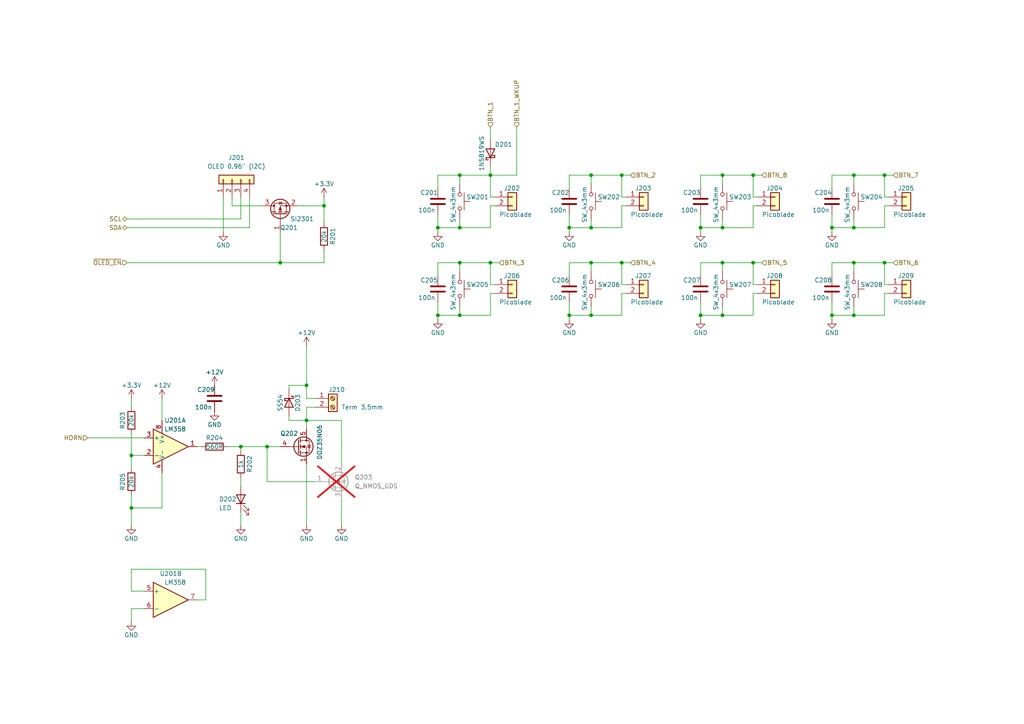
<source format=kicad_sch>
(kicad_sch (version 20231120) (generator "eeschema") (generator_version "8.0")
  (paper "A4")
  (title_block (title "Display, Buttons & Output") (date "2025-04-11") (rev "01") (company "Ravenspark") (comment 1 "Prototype"))
  (lib_symbols
    (symbol "Amplifier_Operational:LM358" (pin_names (offset 0.127))
      (property "Reference" "U" (at 0 5.08 0))
      (property "Value" "LM358" (at 0 -5.08 0))
      (symbol "LM358_1_1"
        (polyline (pts (xy -5.08 5.08) (xy 5.08 0) (xy -5.08 -5.08) (xy -5.08 5.08)) (stroke (width 0.254)) (fill (type background)))
        (pin output line (at 7.62 0 180) (length 2.54) (name "~") (number "1"))
        (pin input line (at -7.62 -2.54 0) (length 2.54) (name "-") (number "2"))
        (pin input line (at -7.62 2.54 0) (length 2.54) (name "+") (number "3"))
      )
      (symbol "LM358_2_1"
        (polyline (pts (xy -5.08 5.08) (xy 5.08 0) (xy -5.08 -5.08) (xy -5.08 5.08)) (stroke (width 0.254)) (fill (type background)))
        (pin input line (at -7.62 2.54 0) (length 2.54) (name "+") (number "5"))
        (pin input line (at -7.62 -2.54 0) (length 2.54) (name "-") (number "6"))
        (pin output line (at 7.62 0 180) (length 2.54) (name "~") (number "7"))
      )
      (symbol "LM358_3_1"
        (pin power_in line (at -2.54 -7.62 90) (length 3.81) (name "V-") (number "4"))
        (pin power_in line (at -2.54 7.62 270) (length 3.81) (name "V+") (number "8"))
      )
    )
    (symbol "Connector:Screw_Terminal_01x02" (pin_names (offset 1.016) hide)
      (property "Reference" "J" (at 0 2.54 0))
      (property "Value" "Screw_Terminal_01x02" (at 0 -5.08 0))
      (symbol "Screw_Terminal_01x02_1_1"
        (rectangle (start -1.27 1.27) (end 1.27 -3.81) (stroke (width 0.254)) (fill (type background)))
        (circle (center 0 -2.54) (radius 0.635) (stroke (width 0.1524)))
        (polyline (pts (xy -0.5334 -2.2098) (xy 0.3302 -3.048)) (stroke (width 0.1524)))
        (polyline (pts (xy -0.5334 0.3302) (xy 0.3302 -0.508)) (stroke (width 0.1524)))
        (polyline (pts (xy -0.3556 -2.032) (xy 0.508 -2.8702)) (stroke (width 0.1524)))
        (polyline (pts (xy -0.3556 0.508) (xy 0.508 -0.3302)) (stroke (width 0.1524)))
        (circle (center 0 0) (radius 0.635) (stroke (width 0.1524)))
        (pin passive line (at -5.08 0 0) (length 3.81) (name "Pin_1") (number "1"))
        (pin passive line (at -5.08 -2.54 0) (length 3.81) (name "Pin_2") (number "2"))
      )
    )
    (symbol "Connector_Generic:Conn_01x02" (pin_names (offset 1.016) hide)
      (property "Reference" "J" (at 0 2.54 0))
      (property "Value" "Conn_01x02" (at 0 -5.08 0))
      (symbol "Conn_01x02_1_1"
        (rectangle (start -1.27 -2.413) (end 0 -2.667) (stroke (width 0.1524)))
        (rectangle (start -1.27 0.127) (end 0 -0.127) (stroke (width 0.1524)))
        (rectangle (start -1.27 1.27) (end 1.27 -3.81) (stroke (width 0.254)) (fill (type background)))
        (pin passive line (at -5.08 0 0) (length 3.81) (name "Pin_1") (number "1"))
        (pin passive line (at -5.08 -2.54 0) (length 3.81) (name "Pin_2") (number "2"))
      )
    )
    (symbol "Connector_Generic:Conn_01x04" (pin_names (offset 1.016) hide)
      (property "Reference" "J" (at 0 5.08 0))
      (property "Value" "Conn_01x04" (at 0 -7.62 0))
      (symbol "Conn_01x04_1_1"
        (rectangle (start -1.27 -4.953) (end 0 -5.207) (stroke (width 0.1524)))
        (rectangle (start -1.27 -2.413) (end 0 -2.667) (stroke (width 0.1524)))
        (rectangle (start -1.27 0.127) (end 0 -0.127) (stroke (width 0.1524)))
        (rectangle (start -1.27 2.667) (end 0 2.413) (stroke (width 0.1524)))
        (rectangle (start -1.27 3.81) (end 1.27 -6.35) (stroke (width 0.254)) (fill (type background)))
        (pin passive line (at -5.08 2.54 0) (length 3.81) (name "Pin_1") (number "1"))
        (pin passive line (at -5.08 0 0) (length 3.81) (name "Pin_2") (number "2"))
        (pin passive line (at -5.08 -2.54 0) (length 3.81) (name "Pin_3") (number "3"))
        (pin passive line (at -5.08 -5.08 0) (length 3.81) (name "Pin_4") (number "4"))
      )
    )
    (symbol "Device:C" (pin_numbers hide) (pin_names (offset 0.254))
      (property "Reference" "C" (at 0.635 2.54 0))
      (property "Value" "C" (at 0.635 -2.54 0))
      (symbol "C_0_1"
        (polyline (pts (xy -2.032 -0.762) (xy 2.032 -0.762)) (stroke (width 0.508)))
        (polyline (pts (xy -2.032 0.762) (xy 2.032 0.762)) (stroke (width 0.508)))
      )
      (symbol "C_1_1"
        (pin passive line (at 0 3.81 270) (length 2.794) (name "~") (number "1"))
        (pin passive line (at 0 -3.81 90) (length 2.794) (name "~") (number "2"))
      )
    )
    (symbol "Device:D_Schottky" (pin_numbers hide) (pin_names (offset 1.016) hide)
      (property "Reference" "D" (at 0 2.54 0))
      (property "Value" "D_Schottky" (at 0 -2.54 0))
      (symbol "D_Schottky_0_1"
        (polyline (pts (xy 1.27 0) (xy -1.27 0)))
        (polyline (pts (xy 1.27 1.27) (xy 1.27 -1.27) (xy -1.27 0) (xy 1.27 1.27)) (stroke (width 0.254)))
        (polyline (pts (xy -1.905 0.635) (xy -1.905 1.27) (xy -1.27 1.27) (xy -1.27 -1.27) (xy -0.635 -1.27) (xy -0.635 -0.635)) (stroke (width 0.254)))
      )
      (symbol "D_Schottky_1_1"
        (pin passive line (at -3.81 0 0) (length 2.54) (name "K") (number "1"))
        (pin passive line (at 3.81 0 180) (length 2.54) (name "A") (number "2"))
      )
    )
    (symbol "Device:LED" (pin_numbers hide) (pin_names (offset 1.016) hide)
      (property "Reference" "D" (at 0 2.54 0))
      (property "Value" "LED" (at 0 -2.54 0))
      (symbol "LED_0_1"
        (polyline (pts (xy -1.27 -1.27) (xy -1.27 1.27)) (stroke (width 0.254)))
        (polyline (pts (xy -1.27 0) (xy 1.27 0)))
        (polyline (pts (xy 1.27 -1.27) (xy 1.27 1.27) (xy -1.27 0) (xy 1.27 -1.27)) (stroke (width 0.254)))
        (polyline (pts (xy -3.048 -0.762) (xy -4.572 -2.286) (xy -3.81 -2.286) (xy -4.572 -2.286) (xy -4.572 -1.524)))
        (polyline (pts (xy -1.778 -0.762) (xy -3.302 -2.286) (xy -2.54 -2.286) (xy -3.302 -2.286) (xy -3.302 -1.524)))
      )
      (symbol "LED_1_1"
        (pin passive line (at -3.81 0 0) (length 2.54) (name "K") (number "1"))
        (pin passive line (at 3.81 0 180) (length 2.54) (name "A") (number "2"))
      )
    )
    (symbol "Device:Q_NMOS_GDS" (pin_names (offset 0) hide)
      (property "Reference" "Q" (at 5.08 1.27 0))
      (property "Value" "Q_NMOS_GDS" (at 5.08 -1.27 0))
      (symbol "Q_NMOS_GDS_0_1"
        (polyline (pts (xy 0.254 0) (xy -2.54 0)))
        (polyline (pts (xy 0.254 1.905) (xy 0.254 -1.905)) (stroke (width 0.254)))
        (polyline (pts (xy 0.762 -1.27) (xy 0.762 -2.286)) (stroke (width 0.254)))
        (polyline (pts (xy 0.762 0.508) (xy 0.762 -0.508)) (stroke (width 0.254)))
        (polyline (pts (xy 0.762 2.286) (xy 0.762 1.27)) (stroke (width 0.254)))
        (polyline (pts (xy 2.54 2.54) (xy 2.54 1.778)))
        (polyline (pts (xy 2.54 -2.54) (xy 2.54 0) (xy 0.762 0)))
        (polyline (pts (xy 0.762 -1.778) (xy 3.302 -1.778) (xy 3.302 1.778) (xy 0.762 1.778)))
        (polyline (pts (xy 1.016 0) (xy 2.032 0.381) (xy 2.032 -0.381) (xy 1.016 0)) (fill (type outline)))
        (polyline (pts (xy 2.794 0.508) (xy 2.921 0.381) (xy 3.683 0.381) (xy 3.81 0.254)))
        (polyline (pts (xy 3.302 0.381) (xy 2.921 -0.254) (xy 3.683 -0.254) (xy 3.302 0.381)))
        (circle (center 1.651 0) (radius 2.794) (stroke (width 0.254)))
        (circle (center 2.54 -1.778) (radius 0.254) (fill (type outline)))
        (circle (center 2.54 1.778) (radius 0.254) (fill (type outline)))
      )
      (symbol "Q_NMOS_GDS_1_1"
        (pin input line (at -5.08 0 0) (length 2.54) (name "G") (number "1"))
        (pin passive line (at 2.54 5.08 270) (length 2.54) (name "D") (number "2"))
        (pin passive line (at 2.54 -5.08 90) (length 2.54) (name "S") (number "3"))
      )
    )
    (symbol "Device:Q_PMOS_GSD" (pin_names (offset 0) hide)
      (property "Reference" "Q" (at 5.08 1.27 0))
      (property "Value" "Q_PMOS_GSD" (at 5.08 -1.27 0))
      (symbol "Q_PMOS_GSD_0_1"
        (polyline (pts (xy 0.254 0) (xy -2.54 0)))
        (polyline (pts (xy 0.254 1.905) (xy 0.254 -1.905)) (stroke (width 0.254)))
        (polyline (pts (xy 0.762 -1.27) (xy 0.762 -2.286)) (stroke (width 0.254)))
        (polyline (pts (xy 0.762 0.508) (xy 0.762 -0.508)) (stroke (width 0.254)))
        (polyline (pts (xy 0.762 2.286) (xy 0.762 1.27)) (stroke (width 0.254)))
        (polyline (pts (xy 2.54 2.54) (xy 2.54 1.778)))
        (polyline (pts (xy 2.54 -2.54) (xy 2.54 0) (xy 0.762 0)))
        (polyline (pts (xy 0.762 1.778) (xy 3.302 1.778) (xy 3.302 -1.778) (xy 0.762 -1.778)))
        (polyline (pts (xy 2.286 0) (xy 1.27 0.381) (xy 1.27 -0.381) (xy 2.286 0)) (fill (type outline)))
        (polyline (pts (xy 2.794 -0.508) (xy 2.921 -0.381) (xy 3.683 -0.381) (xy 3.81 -0.254)))
        (polyline (pts (xy 3.302 -0.381) (xy 2.921 0.254) (xy 3.683 0.254) (xy 3.302 -0.381)))
        (circle (center 1.651 0) (radius 2.794) (stroke (width 0.254)))
        (circle (center 2.54 -1.778) (radius 0.254) (fill (type outline)))
        (circle (center 2.54 1.778) (radius 0.254) (fill (type outline)))
      )
      (symbol "Q_PMOS_GSD_1_1"
        (pin input line (at -5.08 0 0) (length 2.54) (name "G") (number "1"))
        (pin passive line (at 2.54 -5.08 90) (length 2.54) (name "S") (number "2"))
        (pin passive line (at 2.54 5.08 270) (length 2.54) (name "D") (number "3"))
      )
    )
    (symbol "Device:R" (pin_numbers hide) (pin_names (offset 0))
      (property "Reference" "R" (at 2.032 0 90))
      (property "Value" "R" (at 0 0 90))
      (symbol "R_0_1"
        (rectangle (start -1.016 -2.54) (end 1.016 2.54) (stroke (width 0.254)))
      )
      (symbol "R_1_1"
        (pin passive line (at 0 3.81 270) (length 1.27) (name "~") (number "1"))
        (pin passive line (at 0 -3.81 90) (length 1.27) (name "~") (number "2"))
      )
    )
    (symbol "Diode:1N5819WS" (pin_numbers hide) (pin_names (offset 1.016) hide)
      (property "Reference" "D" (at 0 2.54 0))
      (property "Value" "1N5819WS" (at 0 -2.54 0))
      (symbol "1N5819WS_0_1"
        (polyline (pts (xy 1.27 0) (xy -1.27 0)))
        (polyline (pts (xy 1.27 1.27) (xy 1.27 -1.27) (xy -1.27 0) (xy 1.27 1.27)) (stroke (width 0.254)))
        (polyline (pts (xy -1.905 0.635) (xy -1.905 1.27) (xy -1.27 1.27) (xy -1.27 -1.27) (xy -0.635 -1.27) (xy -0.635 -0.635)) (stroke (width 0.254)))
      )
      (symbol "1N5819WS_1_1"
        (pin passive line (at -3.81 0 0) (length 2.54) (name "K") (number "1"))
        (pin passive line (at 3.81 0 180) (length 2.54) (name "A") (number "2"))
      )
    )
    (symbol "Ravenspark:60N03D" (pin_names (offset 0) hide)
      (property "Reference" "Q7" (at -3.81 5.08 0))
      (property "Value" "60N03D" (at 6.35 -3.81 90))
      (symbol "60N03D_0_1"
        (polyline (pts (xy 0.254 0) (xy -2.54 0)))
        (polyline (pts (xy 0.254 1.905) (xy 0.254 -1.905)) (stroke (width 0.254)))
        (polyline (pts (xy 0.762 -1.27) (xy 0.762 -2.286)) (stroke (width 0.254)))
        (polyline (pts (xy 0.762 0.508) (xy 0.762 -0.508)) (stroke (width 0.254)))
        (polyline (pts (xy 0.762 2.286) (xy 0.762 1.27)) (stroke (width 0.254)))
        (polyline (pts (xy 2.54 2.54) (xy 2.54 1.778)))
        (polyline (pts (xy 2.54 -2.54) (xy 2.54 0) (xy 0.762 0)))
        (polyline (pts (xy 0.762 -1.778) (xy 3.302 -1.778) (xy 3.302 1.778) (xy 0.762 1.778)))
        (polyline (pts (xy 1.016 0) (xy 2.032 0.381) (xy 2.032 -0.381) (xy 1.016 0)) (fill (type outline)))
        (polyline (pts (xy 2.794 0.508) (xy 2.921 0.381) (xy 3.683 0.381) (xy 3.81 0.254)))
        (polyline (pts (xy 3.302 0.381) (xy 2.921 -0.254) (xy 3.683 -0.254) (xy 3.302 0.381)))
        (circle (center 1.651 0) (radius 2.794) (stroke (width 0.254)))
        (circle (center 2.54 -1.778) (radius 0.254) (fill (type outline)))
        (circle (center 2.54 1.778) (radius 0.254) (fill (type outline)))
      )
      (symbol "60N03D_1_0"
        (pin input line (at -5.08 0 0) (length 2.54) (name "G") (number "4"))
        (pin passive line (at 2.54 5.08 270) (length 2.54) (name "D") (number "5"))
      )
      (symbol "60N03D_1_1"
        (pin passive line (at 2.54 -5.08 90) (length 2.54) (name "S") (number "1"))
        (pin passive line (at 2.54 -5.08 90) (length 5.08) hide (name "S") (number "2"))
        (pin passive line (at 2.54 -5.08 90) (length 2.54) hide (name "S") (number "3"))
      )
    )
    (symbol "Switch:SW_Push" (pin_numbers hide) (pin_names (offset 1.016) hide)
      (property "Reference" "SW" (at 1.27 2.54 0))
      (property "Value" "SW_Push" (at 0 -1.524 0))
      (symbol "SW_Push_0_1"
        (circle (center -2.032 0) (radius 0.508))
        (polyline (pts (xy 0 1.27) (xy 0 3.048)))
        (polyline (pts (xy 2.54 1.27) (xy -2.54 1.27)))
        (circle (center 2.032 0) (radius 0.508))
        (pin passive line (at -5.08 0 0) (length 2.54) (name "1") (number "1"))
        (pin passive line (at 5.08 0 180) (length 2.54) (name "2") (number "2"))
      )
    )
    (symbol "power:+12V" (power) (pin_numbers hide) (pin_names (offset 0) hide)
      (property "Value" "+12V" (at 0 3.556 0))
      (symbol "+12V_0_1"
        (polyline (pts (xy -0.762 1.27) (xy 0 2.54)))
        (polyline (pts (xy 0 0) (xy 0 2.54)))
        (polyline (pts (xy 0 2.54) (xy 0.762 1.27)))
      )
      (symbol "+12V_1_1"
        (pin power_in line (at 0 0 90) (length 0) (name "~") (number "1"))
      )
    )
    (symbol "power:+3.3V" (power) (pin_numbers hide) (pin_names (offset 0) hide)
      (property "Value" "+3.3V" (at 0 3.556 0))
      (symbol "+3.3V_0_1"
        (polyline (pts (xy -0.762 1.27) (xy 0 2.54)))
        (polyline (pts (xy 0 0) (xy 0 2.54)))
        (polyline (pts (xy 0 2.54) (xy 0.762 1.27)))
      )
      (symbol "+3.3V_1_1"
        (pin power_in line (at 0 0 90) (length 0) (name "~") (number "1"))
      )
    )
    (symbol "power:GND" (power) (pin_numbers hide) (pin_names (offset 0) hide)
      (property "Value" "GND" (at 0 -3.81 0))
      (symbol "GND_0_1"
        (polyline (pts (xy 0 0) (xy 0 -1.27) (xy 1.27 -1.27) (xy 0 -2.54) (xy -1.27 -1.27) (xy 0 -1.27)))
      )
      (symbol "GND_1_1"
        (pin power_in line (at 0 0 270) (length 0) (name "~") (number "1"))
      )
    )
  )
  (junction (at 133.35 91.44))
  (junction (at 241.3 91.44))
  (junction (at 241.3 66.04))
  (junction (at 88.9 121.92))
  (junction (at 203.2 91.44))
  (junction (at 247.65 91.44))
  (junction (at 247.65 76.2))
  (junction (at 180.34 76.2))
  (junction (at 133.35 50.8))
  (junction (at 38.1 147.32))
  (junction (at 165.1 66.04))
  (junction (at 203.2 66.04))
  (junction (at 142.24 50.8))
  (junction (at 93.98 59.69))
  (junction (at 133.35 76.2))
  (junction (at 171.45 50.8))
  (junction (at 247.65 66.04))
  (junction (at 77.47 129.54))
  (junction (at 256.54 76.2))
  (junction (at 209.55 76.2))
  (junction (at 127 91.44))
  (junction (at 81.28 76.2))
  (junction (at 218.44 50.8))
  (junction (at 133.35 66.04))
  (junction (at 247.65 50.8))
  (junction (at 171.45 76.2))
  (junction (at 142.24 76.2))
  (junction (at 256.54 50.8))
  (junction (at 171.45 91.44))
  (junction (at 127 66.04))
  (junction (at 165.1 91.44))
  (junction (at 180.34 50.8))
  (junction (at 88.9 111.76))
  (junction (at 171.45 66.04))
  (junction (at 218.44 76.2))
  (junction (at 69.85 129.54))
  (junction (at 209.55 50.8))
  (junction (at 209.55 66.04))
  (junction (at 209.55 91.44))
  (junction (at 38.1 132.08))
  (wire (pts (xy 143.51 85.09) (xy 142.24 85.09)))
  (wire (pts (xy 127 62.23) (xy 127 66.04)))
  (wire (pts (xy 256.54 82.55) (xy 256.54 76.2)))
  (wire (pts (xy 218.44 57.15) (xy 218.44 50.8)))
  (wire (pts (xy 88.9 121.92) (xy 88.9 124.46)))
  (wire (pts (xy 256.54 76.2) (xy 259.08 76.2)))
  (wire (pts (xy 67.31 57.15) (xy 67.31 59.69)))
  (wire (pts (xy 67.31 59.69) (xy 76.2 59.69)))
  (wire (pts (xy 257.81 82.55) (xy 256.54 82.55)))
  (wire (pts (xy 64.77 57.15) (xy 64.77 67.31)))
  (wire (pts (xy 209.55 53.34) (xy 209.55 50.8)))
  (wire (pts (xy 142.24 50.8) (xy 149.86 50.8)))
  (wire (pts (xy 133.35 76.2) (xy 127 76.2)))
  (wire (pts (xy 241.3 62.23) (xy 241.3 66.04)))
  (wire (pts (xy 143.51 59.69) (xy 142.24 59.69)))
  (wire (pts (xy 81.28 67.31) (xy 81.28 76.2)))
  (wire (pts (xy 181.61 59.69) (xy 180.34 59.69)))
  (wire (pts (xy 218.44 76.2) (xy 220.98 76.2)))
  (wire (pts (xy 171.45 88.9) (xy 171.45 91.44)))
  (wire (pts (xy 171.45 50.8) (xy 165.1 50.8)))
  (wire (pts (xy 219.71 57.15) (xy 218.44 57.15)))
  (wire (pts (xy 88.9 100.33) (xy 88.9 111.76)))
  (wire (pts (xy 41.91 176.53) (xy 38.1 176.53)))
  (wire (pts (xy 38.1 132.08) (xy 38.1 135.89)))
  (wire (pts (xy 171.45 78.74) (xy 171.45 76.2)))
  (wire (pts (xy 180.34 85.09) (xy 180.34 91.44)))
  (wire (pts (xy 209.55 76.2) (xy 203.2 76.2)))
  (wire (pts (xy 256.54 85.09) (xy 256.54 91.44)))
  (wire (pts (xy 165.1 76.2) (xy 165.1 80.01)))
  (wire (pts (xy 257.81 57.15) (xy 256.54 57.15)))
  (wire (pts (xy 165.1 91.44) (xy 171.45 91.44)))
  (wire (pts (xy 181.61 85.09) (xy 180.34 85.09)))
  (wire (pts (xy 38.1 176.53) (xy 38.1 180.34)))
  (wire (pts (xy 180.34 50.8) (xy 182.88 50.8)))
  (wire (pts (xy 38.1 125.73) (xy 38.1 132.08)))
  (wire (pts (xy 219.71 82.55) (xy 218.44 82.55)))
  (wire (pts (xy 38.1 152.4) (xy 38.1 147.32)))
  (wire (pts (xy 38.1 115.57) (xy 38.1 118.11)))
  (wire (pts (xy 133.35 63.5) (xy 133.35 66.04)))
  (wire (pts (xy 171.45 50.8) (xy 180.34 50.8)))
  (wire (pts (xy 93.98 72.39) (xy 93.98 76.2)))
  (wire (pts (xy 142.24 76.2) (xy 144.78 76.2)))
  (wire (pts (xy 247.65 66.04) (xy 256.54 66.04)))
  (wire (pts (xy 69.85 148.59) (xy 69.85 152.4)))
  (wire (pts (xy 218.44 82.55) (xy 218.44 76.2)))
  (wire (pts (xy 247.65 63.5) (xy 247.65 66.04)))
  (wire (pts (xy 165.1 91.44) (xy 165.1 92.71)))
  (wire (pts (xy 247.65 53.34) (xy 247.65 50.8)))
  (wire (pts (xy 165.1 66.04) (xy 171.45 66.04)))
  (wire (pts (xy 241.3 91.44) (xy 241.3 92.71)))
  (wire (pts (xy 133.35 88.9) (xy 133.35 91.44)))
  (wire (pts (xy 133.35 50.8) (xy 142.24 50.8)))
  (wire (pts (xy 127 87.63) (xy 127 91.44)))
  (wire (pts (xy 69.85 57.15) (xy 69.85 63.5)))
  (wire (pts (xy 203.2 76.2) (xy 203.2 80.01)))
  (wire (pts (xy 203.2 50.8) (xy 203.2 54.61)))
  (wire (pts (xy 83.82 120.65) (xy 83.82 121.92)))
  (wire (pts (xy 127 50.8) (xy 127 54.61)))
  (wire (pts (xy 143.51 57.15) (xy 142.24 57.15)))
  (wire (pts (xy 209.55 91.44) (xy 218.44 91.44)))
  (wire (pts (xy 256.54 59.69) (xy 256.54 66.04)))
  (wire (pts (xy 88.9 118.11) (xy 91.44 118.11)))
  (wire (pts (xy 127 76.2) (xy 127 80.01)))
  (wire (pts (xy 171.45 76.2) (xy 180.34 76.2)))
  (wire (pts (xy 165.1 66.04) (xy 165.1 67.31)))
  (wire (pts (xy 88.9 134.62) (xy 88.9 152.4)))
  (wire (pts (xy 203.2 50.8) (xy 209.55 50.8)))
  (wire (pts (xy 77.47 139.7) (xy 77.47 129.54)))
  (wire (pts (xy 69.85 129.54) (xy 69.85 130.81)))
  (wire (pts (xy 180.34 76.2) (xy 182.88 76.2)))
  (wire (pts (xy 203.2 91.44) (xy 203.2 92.71)))
  (wire (pts (xy 91.44 115.57) (xy 88.9 115.57)))
  (wire (pts (xy 241.3 91.44) (xy 247.65 91.44)))
  (wire (pts (xy 256.54 57.15) (xy 256.54 50.8)))
  (wire (pts (xy 165.1 62.23) (xy 165.1 66.04)))
  (wire (pts (xy 83.82 111.76) (xy 88.9 111.76)))
  (wire (pts (xy 142.24 36.83) (xy 142.24 40.64)))
  (wire (pts (xy 257.81 59.69) (xy 256.54 59.69)))
  (wire (pts (xy 99.06 134.62) (xy 99.06 121.92)))
  (wire (pts (xy 59.69 165.1) (xy 59.69 173.99)))
  (wire (pts (xy 241.3 76.2) (xy 241.3 80.01)))
  (wire (pts (xy 142.24 59.69) (xy 142.24 66.04)))
  (wire (pts (xy 46.99 137.16) (xy 46.99 147.32)))
  (wire (pts (xy 133.35 91.44) (xy 142.24 91.44)))
  (wire (pts (xy 256.54 50.8) (xy 259.08 50.8)))
  (wire (pts (xy 209.55 78.74) (xy 209.55 76.2)))
  (wire (pts (xy 180.34 59.69) (xy 180.34 66.04)))
  (wire (pts (xy 46.99 147.32) (xy 38.1 147.32)))
  (wire (pts (xy 69.85 138.43) (xy 69.85 140.97)))
  (wire (pts (xy 127 91.44) (xy 127 92.71)))
  (wire (pts (xy 241.3 76.2) (xy 247.65 76.2)))
  (wire (pts (xy 180.34 57.15) (xy 180.34 50.8)))
  (wire (pts (xy 247.65 78.74) (xy 247.65 76.2)))
  (wire (pts (xy 83.82 113.03) (xy 83.82 111.76)))
  (wire (pts (xy 93.98 59.69) (xy 93.98 64.77)))
  (wire (pts (xy 133.35 50.8) (xy 127 50.8)))
  (wire (pts (xy 203.2 87.63) (xy 203.2 91.44)))
  (wire (pts (xy 36.83 76.2) (xy 81.28 76.2)))
  (wire (pts (xy 46.99 115.57) (xy 46.99 121.92)))
  (wire (pts (xy 171.45 53.34) (xy 171.45 50.8)))
  (wire (pts (xy 171.45 91.44) (xy 180.34 91.44)))
  (wire (pts (xy 38.1 165.1) (xy 59.69 165.1)))
  (wire (pts (xy 72.39 57.15) (xy 72.39 66.04)))
  (wire (pts (xy 241.3 66.04) (xy 241.3 67.31)))
  (wire (pts (xy 142.24 57.15) (xy 142.24 50.8)))
  (wire (pts (xy 149.86 36.83) (xy 149.86 50.8)))
  (wire (pts (xy 36.83 63.5) (xy 69.85 63.5)))
  (wire (pts (xy 143.51 82.55) (xy 142.24 82.55)))
  (wire (pts (xy 93.98 57.15) (xy 93.98 59.69)))
  (wire (pts (xy 127 66.04) (xy 127 67.31)))
  (wire (pts (xy 209.55 88.9) (xy 209.55 91.44)))
  (wire (pts (xy 209.55 63.5) (xy 209.55 66.04)))
  (wire (pts (xy 38.1 132.08) (xy 41.91 132.08)))
  (wire (pts (xy 219.71 59.69) (xy 218.44 59.69)))
  (wire (pts (xy 59.69 173.99) (xy 57.15 173.99)))
  (wire (pts (xy 36.83 66.04) (xy 72.39 66.04)))
  (wire (pts (xy 142.24 85.09) (xy 142.24 91.44)))
  (wire (pts (xy 180.34 82.55) (xy 180.34 76.2)))
  (wire (pts (xy 171.45 63.5) (xy 171.45 66.04)))
  (wire (pts (xy 165.1 50.8) (xy 165.1 54.61)))
  (wire (pts (xy 41.91 171.45) (xy 38.1 171.45)))
  (wire (pts (xy 77.47 129.54) (xy 81.28 129.54)))
  (wire (pts (xy 38.1 143.51) (xy 38.1 147.32)))
  (wire (pts (xy 66.04 129.54) (xy 69.85 129.54)))
  (wire (pts (xy 69.85 129.54) (xy 77.47 129.54)))
  (wire (pts (xy 203.2 62.23) (xy 203.2 66.04)))
  (wire (pts (xy 247.65 88.9) (xy 247.65 91.44)))
  (wire (pts (xy 218.44 59.69) (xy 218.44 66.04)))
  (wire (pts (xy 57.15 129.54) (xy 58.42 129.54)))
  (wire (pts (xy 91.44 139.7) (xy 77.47 139.7)))
  (wire (pts (xy 241.3 66.04) (xy 247.65 66.04)))
  (wire (pts (xy 203.2 66.04) (xy 209.55 66.04)))
  (wire (pts (xy 83.82 121.92) (xy 88.9 121.92)))
  (wire (pts (xy 99.06 144.78) (xy 99.06 152.4)))
  (wire (pts (xy 133.35 76.2) (xy 142.24 76.2)))
  (wire (pts (xy 88.9 121.92) (xy 88.9 118.11)))
  (wire (pts (xy 165.1 87.63) (xy 165.1 91.44)))
  (wire (pts (xy 93.98 76.2) (xy 81.28 76.2)))
  (wire (pts (xy 133.35 78.74) (xy 133.35 76.2)))
  (wire (pts (xy 241.3 50.8) (xy 247.65 50.8)))
  (wire (pts (xy 209.55 76.2) (xy 218.44 76.2)))
  (wire (pts (xy 133.35 53.34) (xy 133.35 50.8)))
  (wire (pts (xy 88.9 111.76) (xy 88.9 115.57)))
  (wire (pts (xy 142.24 48.26) (xy 142.24 50.8)))
  (wire (pts (xy 203.2 91.44) (xy 209.55 91.44)))
  (wire (pts (xy 218.44 85.09) (xy 218.44 91.44)))
  (wire (pts (xy 247.65 91.44) (xy 256.54 91.44)))
  (wire (pts (xy 218.44 50.8) (xy 220.98 50.8)))
  (wire (pts (xy 247.65 76.2) (xy 256.54 76.2)))
  (wire (pts (xy 247.65 50.8) (xy 256.54 50.8)))
  (wire (pts (xy 181.61 57.15) (xy 180.34 57.15)))
  (wire (pts (xy 133.35 66.04) (xy 142.24 66.04)))
  (wire (pts (xy 38.1 171.45) (xy 38.1 165.1)))
  (wire (pts (xy 209.55 66.04) (xy 218.44 66.04)))
  (wire (pts (xy 171.45 76.2) (xy 165.1 76.2)))
  (wire (pts (xy 257.81 85.09) (xy 256.54 85.09)))
  (wire (pts (xy 241.3 87.63) (xy 241.3 91.44)))
  (wire (pts (xy 25.4 127) (xy 41.91 127)))
  (wire (pts (xy 142.24 82.55) (xy 142.24 76.2)))
  (wire (pts (xy 93.98 59.69) (xy 86.36 59.69)))
  (wire (pts (xy 171.45 66.04) (xy 180.34 66.04)))
  (wire (pts (xy 127 91.44) (xy 133.35 91.44)))
  (wire (pts (xy 127 66.04) (xy 133.35 66.04)))
  (wire (pts (xy 241.3 50.8) (xy 241.3 54.61)))
  (wire (pts (xy 181.61 82.55) (xy 180.34 82.55)))
  (wire (pts (xy 219.71 85.09) (xy 218.44 85.09)))
  (wire (pts (xy 203.2 66.04) (xy 203.2 67.31)))
  (wire (pts (xy 209.55 50.8) (xy 218.44 50.8)))
  (wire (pts (xy 99.06 121.92) (xy 88.9 121.92)))
  (hierarchical_label "BTN_8" (shape input) (at 220.98 50.8 0))
  (hierarchical_label "BTN_1" (shape input) (at 142.24 36.83 90))
  (hierarchical_label "SCL" (shape bidirectional) (at 36.83 63.5 180))
  (hierarchical_label "BTN_1_WKUP" (shape input) (at 149.86 36.83 90))
  (hierarchical_label "SDA" (shape bidirectional) (at 36.83 66.04 180))
  (hierarchical_label "BTN_6" (shape input) (at 259.08 76.2 0))
  (hierarchical_label "BTN_3" (shape input) (at 144.78 76.2 0))
  (hierarchical_label "BTN_5" (shape input) (at 220.98 76.2 0))
  (hierarchical_label "HORN" (shape input) (at 25.4 127 180))
  (hierarchical_label "~{OLED_EN}" (shape input) (at 36.83 76.2 180))
  (hierarchical_label "BTN_7" (shape input) (at 259.08 50.8 0))
  (hierarchical_label "BTN_2" (shape input) (at 182.88 50.8 0))
  (hierarchical_label "BTN_4" (shape input) (at 182.88 76.2 0))
  (symbol (lib_id "Device:R") (at 69.85 134.62 0) (unit 1)
    (property "Reference" "R202" (at 72.39 137.16 90) (effects (justify left)))
    (property "Value" "1k" (at 69.85 134.62 90))
    (property "Footprint" "Resistor_SMD:R_0402_1005Metric" (effects (hide yes)))
    (property "Description" "Resistor" (effects (hide yes)))
  )
  (symbol (lib_id "power:GND") (at 69.85 152.4 0) (unit 1)
    (property "Reference" "#PWR0309" (effects (hide yes)))
    (property "Value" "GND" (at 69.85 156.21 0))
    (property "Description" "Power symbol creates a global label with name \"GND\" , ground" (effects (hide yes)))
  )
  (symbol (lib_id "power:GND") (at 165.1 67.31 0) (mirror y) (unit 1)
    (property "Reference" "#PWR0204" (effects (hide yes)))
    (property "Value" "GND" (at 165.1 71.12 0))
    (property "Description" "Power symbol creates a global label with name \"GND\" , ground" (effects (hide yes)))
  )
  (symbol (lib_id "Switch:SW_Push") (at 171.45 58.42 270) (unit 1)
    (property "Reference" "SW202" (at 173.355 57.15 90) (effects (justify left)))
    (property "Value" "SW_4x3mm" (at 169.545 53.975 0) (effects (justify left)))
    (property "Footprint" "RVNSPRK_Switch:SW_Push_4x3mm" (effects (hide yes)))
    (property "Description" "Push button switch, generic, two pins" (effects (hide yes)))
    (property "LCSC Part #" "C18077679" (effects (hide yes)))
  )
  (symbol (lib_id "Switch:SW_Push") (at 209.55 58.42 270) (unit 1)
    (property "Reference" "SW203" (at 211.455 57.15 90) (effects (justify left)))
    (property "Value" "SW_4x3mm" (at 207.645 53.975 0) (effects (justify left)))
    (property "Footprint" "RVNSPRK_Switch:SW_Push_4x3mm" (effects (hide yes)))
    (property "Description" "Push button switch, generic, two pins" (effects (hide yes)))
    (property "LCSC Part #" "C18077679" (effects (hide yes)))
  )
  (symbol (lib_id "Ravenspark:60N03D") (at 86.36 129.54 0) (unit 1)
    (property "Reference" "Q202" (at 81.28 125.73 0) (effects (justify left)))
    (property "Value" "DOZ35N06" (at 92.71 133.35 90) (effects (justify left)))
    (property "Footprint" "Package_SON:VSON-8_3.3x3.3mm_P0.65mm_NexFET" (effects (hide yes)))
    (property "Description" "N-MOSFET transistor, source/gate/drain" (effects (hide yes)))
    (property "LCSC Part #" "C36499167" (effects (hide yes)))
  )
  (symbol (lib_id "Device:Q_PMOS_GSD") (at 81.28 62.23 90) (unit 1)
    (property "Reference" "Q201" (at 83.82 66.04 90))
    (property "Value" "SI2301" (at 87.63 63.5 90))
    (property "Footprint" "Package_TO_SOT_SMD:SOT-23" (effects (hide yes)))
    (property "Description" "P-MOSFET transistor, gate/source/drain" (effects (hide yes)))
    (property "LCSC Part #" "C10487" (effects (hide yes)))
  )
  (symbol (lib_id "power:GND") (at 127 92.71 0) (mirror y) (unit 1)
    (property "Reference" "#PWR0207" (effects (hide yes)))
    (property "Value" "GND" (at 127 96.52 0))
    (property "Description" "Power symbol creates a global label with name \"GND\" , ground" (effects (hide yes)))
  )
  (symbol (lib_id "Connector_Generic:Conn_01x02") (at 224.79 57.15 0) (unit 1)
    (property "Reference" "J204" (at 222.25 54.61 0) (effects (justify left)))
    (property "Value" "Picoblade" (at 220.98 62.23 0) (effects (justify left)))
    (property "Footprint" "Connector_Molex:Molex_PicoBlade_53048-0210_1x02_P1.25mm_Horizontal" (effects (hide yes)))
    (property "Description" "Generic connector, single row, 01x02, script generated (kicad-library-utils/schlib/autogen/connector/)" (effects (hide yes)))
    (property "LCSC Part #" "C2845535" (effects (hide yes)))
  )
  (symbol (lib_id "power:+3.3V") (at 38.1 115.57 0) (unit 1)
    (property "Reference" "#PWR0213" (effects (hide yes)))
    (property "Value" "+3.3V" (at 38.1 111.76 0))
    (property "Description" "Power symbol creates a global label with name \"+3.3V\"" (effects (hide yes)))
  )
  (symbol (lib_id "power:GND") (at 203.2 67.31 0) (mirror y) (unit 1)
    (property "Reference" "#PWR0205" (effects (hide yes)))
    (property "Value" "GND" (at 203.2 71.12 0))
    (property "Description" "Power symbol creates a global label with name \"GND\" , ground" (effects (hide yes)))
  )
  (symbol (lib_id "power:GND") (at 38.1 152.4 0) (unit 1)
    (property "Reference" "#PWR0216" (effects (hide yes)))
    (property "Value" "GND" (at 38.1 156.21 0))
    (property "Description" "Power symbol creates a global label with name \"GND\" , ground" (effects (hide yes)))
  )
  (symbol (lib_id "Device:LED") (at 69.85 144.78 90) (unit 1)
    (property "Reference" "D202" (at 63.5 144.78 90) (effects (justify right)))
    (property "Value" "LED" (at 63.5 147.32 90) (effects (justify right)))
    (property "Footprint" "LED_SMD:LED_0603_1608Metric" (effects (hide yes)))
    (property "Description" "Light emitting diode" (effects (hide yes)))
    (property "LCSC Part #" "C2286" (effects (hide yes)))
  )
  (symbol (lib_id "power:GND") (at 88.9 152.4 0) (unit 1)
    (property "Reference" "#PWR0217" (effects (hide yes)))
    (property "Value" "GND" (at 88.9 156.21 0))
    (property "Description" "Power symbol creates a global label with name \"GND\" , ground" (effects (hide yes)))
  )
  (symbol (lib_id "Connector_Generic:Conn_01x04") (at 67.31 52.07 90) (unit 1)
    (property "Reference" "J201" (at 68.58 45.72 90))
    (property "Value" "OLED 0.96\" (I2C)" (at 68.58 48.26 90))
    (property "Footprint" "Connector_PinSocket_2.54mm:PinSocket_1x04_P2.54mm_Vertical_SMD_Pin1Left" (effects (hide yes)))
    (property "Description" "Generic connector, single row, 01x04, script generated (kicad-library-utils/schlib/autogen/connector/)" (effects (hide yes)))
    (property "LCSC Part #" "C20071191" (effects (hide yes)))
  )
  (symbol (lib_id "Amplifier_Operational:LM358") (at 49.53 129.54 0) (unit 3)
    (property "Reference" "U201" (effects (hide yes)))
    (property "Value" "LM358" (effects (hide yes)))
    (property "Footprint" "Package_SO:SOIC-8_3.9x4.9mm_P1.27mm" (effects (hide yes)))
    (property "Datasheet" "http://www.ti.com/lit/ds/symlink/lm2904-n.pdf" (effects (hide yes)))
    (property "Description" "Low-Power, Dual Operational Amplifiers, DIP-8/SOIC-8/TO-99-8" (effects (hide yes)))
    (property "LCSC Part #" "C7950" (effects (hide yes)))
  )
  (symbol (lib_id "Amplifier_Operational:LM358") (at 49.53 173.99 0) (unit 2)
    (property "Reference" "U201" (at 49.53 166.37 0))
    (property "Value" "LM358" (at 50.8 168.91 0))
    (property "Footprint" "Package_SO:SOIC-8_3.9x4.9mm_P1.27mm" (effects (hide yes)))
    (property "Datasheet" "http://www.ti.com/lit/ds/symlink/lm2904-n.pdf" (effects (hide yes)))
    (property "Description" "Low-Power, Dual Operational Amplifiers, DIP-8/SOIC-8/TO-99-8" (effects (hide yes)))
    (property "LCSC Part #" "C7950" (effects (hide yes)))
  )
  (symbol (lib_id "Device:C") (at 127 83.82 0) (unit 1)
    (property "Reference" "C205" (at 121.92 81.28 0) (effects (justify left)))
    (property "Value" "100n" (at 121.285 86.36 0) (effects (justify left)))
    (property "Footprint" "Capacitor_SMD:C_0402_1005Metric" (effects (hide yes)))
    (property "Description" "Unpolarized capacitor" (effects (hide yes)))
    (property "LCSC Part #" "C307331" (effects (hide yes)))
  )
  (symbol (lib_id "Device:D_Schottky") (at 83.82 116.84 270) (unit 1)
    (property "Reference" "D203" (at 86.36 114.3 0) (effects (justify left)))
    (property "Value" "SS54" (at 81.28 114.3 0) (effects (justify left)))
    (property "Footprint" "Diode_SMD:D_SMA" (effects (hide yes)))
    (property "Description" "Schottky diode" (effects (hide yes)))
    (property "LCSC Part #" "C22452" (effects (hide yes)))
  )
  (symbol (lib_id "Connector_Generic:Conn_01x02") (at 186.69 82.55 0) (unit 1)
    (property "Reference" "J207" (at 184.15 80.01 0) (effects (justify left)))
    (property "Value" "Picoblade" (at 182.88 87.63 0) (effects (justify left)))
    (property "Footprint" "Connector_Molex:Molex_PicoBlade_53048-0210_1x02_P1.25mm_Horizontal" (effects (hide yes)))
    (property "Description" "Generic connector, single row, 01x02, script generated (kicad-library-utils/schlib/autogen/connector/)" (effects (hide yes)))
    (property "LCSC Part #" "C2845535" (effects (hide yes)))
  )
  (symbol (lib_id "power:+3.3V") (at 93.98 57.15 0) (unit 1)
    (property "Reference" "#PWR0201" (effects (hide yes)))
    (property "Value" "+3.3V" (at 93.98 53.34 0))
    (property "Description" "Power symbol creates a global label with name \"+3.3V\"" (effects (hide yes)))
  )
  (symbol (lib_id "Device:Q_NMOS_GDS") (at 96.52 139.7 0) (unit 1) (dnp yes)
    (property "Reference" "Q203" (at 102.87 138.4299 0) (effects (justify left)))
    (property "Value" "Q_NMOS_GDS" (at 102.87 140.9699 0) (effects (justify left)))
    (property "Footprint" "Package_TO_SOT_SMD:TO-252-2" (effects (hide yes)))
    (property "Description" "N-MOSFET transistor, gate/drain/source" (effects (hide yes)))
  )
  (symbol (lib_id "power:+12V") (at 62.23 111.76 0) (unit 1)
    (property "Reference" "#PWR0212" (effects (hide yes)))
    (property "Value" "+12V" (at 62.23 107.95 0))
    (property "Description" "Power symbol creates a global label with name \"+12V\"" (effects (hide yes)))
  )
  (symbol (lib_id "Device:C") (at 127 58.42 0) (unit 1)
    (property "Reference" "C201" (at 121.92 55.88 0) (effects (justify left)))
    (property "Value" "100n" (at 121.285 60.96 0) (effects (justify left)))
    (property "Footprint" "Capacitor_SMD:C_0402_1005Metric" (effects (hide yes)))
    (property "Description" "Unpolarized capacitor" (effects (hide yes)))
    (property "LCSC Part #" "C307331" (effects (hide yes)))
  )
  (symbol (lib_id "power:GND") (at 127 67.31 0) (mirror y) (unit 1)
    (property "Reference" "#PWR0203" (effects (hide yes)))
    (property "Value" "GND" (at 127 71.12 0))
    (property "Description" "Power symbol creates a global label with name \"GND\" , ground" (effects (hide yes)))
  )
  (symbol (lib_id "Device:C") (at 203.2 58.42 0) (unit 1)
    (property "Reference" "C203" (at 198.12 55.88 0) (effects (justify left)))
    (property "Value" "100n" (at 197.485 60.96 0) (effects (justify left)))
    (property "Footprint" "Capacitor_SMD:C_0402_1005Metric" (effects (hide yes)))
    (property "Description" "Unpolarized capacitor" (effects (hide yes)))
    (property "LCSC Part #" "C307331" (effects (hide yes)))
  )
  (symbol (lib_id "Amplifier_Operational:LM358") (at 49.53 129.54 0) (unit 1)
    (property "Reference" "U201" (at 50.8 121.92 0))
    (property "Value" "LM358" (at 50.8 124.46 0))
    (property "Footprint" "Package_SO:SOIC-8_3.9x4.9mm_P1.27mm" (effects (hide yes)))
    (property "Datasheet" "http://www.ti.com/lit/ds/symlink/lm2904-n.pdf" (effects (hide yes)))
    (property "Description" "Low-Power, Dual Operational Amplifiers, DIP-8/SOIC-8/TO-99-8" (effects (hide yes)))
    (property "LCSC Part #" "C7950" (effects (hide yes)))
  )
  (symbol (lib_id "Connector_Generic:Conn_01x02") (at 262.89 82.55 0) (unit 1)
    (property "Reference" "J209" (at 260.35 80.01 0) (effects (justify left)))
    (property "Value" "Picoblade" (at 259.08 87.63 0) (effects (justify left)))
    (property "Footprint" "Connector_Molex:Molex_PicoBlade_53048-0210_1x02_P1.25mm_Horizontal" (effects (hide yes)))
    (property "Description" "Generic connector, single row, 01x02, script generated (kicad-library-utils/schlib/autogen/connector/)" (effects (hide yes)))
    (property "LCSC Part #" "C2845535" (effects (hide yes)))
  )
  (symbol (lib_id "power:GND") (at 203.2 92.71 0) (mirror y) (unit 1)
    (property "Reference" "#PWR0209" (effects (hide yes)))
    (property "Value" "GND" (at 203.2 96.52 0))
    (property "Description" "Power symbol creates a global label with name \"GND\" , ground" (effects (hide yes)))
  )
  (symbol (lib_id "power:GND") (at 38.1 180.34 0) (unit 1)
    (property "Reference" "#PWR0219" (effects (hide yes)))
    (property "Value" "GND" (at 38.1 184.15 0))
    (property "Description" "Power symbol creates a global label with name \"GND\" , ground" (effects (hide yes)))
  )
  (symbol (lib_id "Connector:Screw_Terminal_01x02") (at 96.52 115.57 0) (unit 1)
    (property "Reference" "J210" (at 95.25 113.03 0) (effects (justify left)))
    (property "Value" "Term 3.5mm" (at 99.06 118.1099 0) (effects (justify left)))
    (property "Footprint" "Connector_Phoenix_MC:PhoenixContact_MC_1,5_2-G-3.5_1x02_P3.50mm_Horizontal" (effects (hide yes)))
    (property "Description" "Generic screw terminal, single row, 01x02, script generated (kicad-library-utils/schlib/autogen/connector/)" (effects (hide yes)))
    (property "LCSC Part #" "C409115" (effects (hide yes)))
  )
  (symbol (lib_id "power:GND") (at 165.1 92.71 0) (mirror y) (unit 1)
    (property "Reference" "#PWR0208" (effects (hide yes)))
    (property "Value" "GND" (at 165.1 96.52 0))
    (property "Description" "Power symbol creates a global label with name \"GND\" , ground" (effects (hide yes)))
  )
  (symbol (lib_id "Connector_Generic:Conn_01x02") (at 224.79 82.55 0) (unit 1)
    (property "Reference" "J208" (at 222.25 80.01 0) (effects (justify left)))
    (property "Value" "Picoblade" (at 220.98 87.63 0) (effects (justify left)))
    (property "Footprint" "Connector_Molex:Molex_PicoBlade_53048-0210_1x02_P1.25mm_Horizontal" (effects (hide yes)))
    (property "Description" "Generic connector, single row, 01x02, script generated (kicad-library-utils/schlib/autogen/connector/)" (effects (hide yes)))
    (property "LCSC Part #" "C2845535" (effects (hide yes)))
  )
  (symbol (lib_id "power:GND") (at 241.3 92.71 0) (mirror y) (unit 1)
    (property "Reference" "#PWR0210" (effects (hide yes)))
    (property "Value" "GND" (at 241.3 96.52 0))
    (property "Description" "Power symbol creates a global label with name \"GND\" , ground" (effects (hide yes)))
  )
  (symbol (lib_id "Switch:SW_Push") (at 247.65 58.42 270) (unit 1)
    (property "Reference" "SW204" (at 249.555 57.15 90) (effects (justify left)))
    (property "Value" "SW_4x3mm" (at 245.745 53.975 0) (effects (justify left)))
    (property "Footprint" "RVNSPRK_Switch:SW_Push_4x3mm" (effects (hide yes)))
    (property "Description" "Push button switch, generic, two pins" (effects (hide yes)))
    (property "LCSC Part #" "C18077679" (effects (hide yes)))
  )
  (symbol (lib_id "Device:C") (at 203.2 83.82 0) (unit 1)
    (property "Reference" "C207" (at 198.12 81.28 0) (effects (justify left)))
    (property "Value" "100n" (at 197.485 86.36 0) (effects (justify left)))
    (property "Footprint" "Capacitor_SMD:C_0402_1005Metric" (effects (hide yes)))
    (property "Description" "Unpolarized capacitor" (effects (hide yes)))
    (property "LCSC Part #" "C307331" (effects (hide yes)))
  )
  (symbol (lib_id "power:+12V") (at 46.99 115.57 0) (unit 1)
    (property "Reference" "#PWR0214" (effects (hide yes)))
    (property "Value" "+12V" (at 46.99 111.76 0))
    (property "Description" "Power symbol creates a global label with name \"+12V\"" (effects (hide yes)))
  )
  (symbol (lib_id "power:+12V") (at 88.9 100.33 0) (unit 1)
    (property "Reference" "#PWR0211" (effects (hide yes)))
    (property "Value" "+12V" (at 88.9 96.52 0))
    (property "Description" "Power symbol creates a global label with name \"+12V\"" (effects (hide yes)))
  )
  (symbol (lib_id "power:GND") (at 241.3 67.31 0) (mirror y) (unit 1)
    (property "Reference" "#PWR0206" (effects (hide yes)))
    (property "Value" "GND" (at 241.3 71.12 0))
    (property "Description" "Power symbol creates a global label with name \"GND\" , ground" (effects (hide yes)))
  )
  (symbol (lib_id "Device:R") (at 38.1 121.92 180) (unit 1)
    (property "Reference" "R203" (at 35.56 119.38 90) (effects (justify left)))
    (property "Value" "20k" (at 38.1 121.92 90))
    (property "Footprint" "Resistor_SMD:R_0402_1005Metric" (effects (hide yes)))
    (property "Description" "Resistor" (effects (hide yes)))
  )
  (symbol (lib_id "Connector_Generic:Conn_01x02") (at 186.69 57.15 0) (unit 1)
    (property "Reference" "J203" (at 184.15 54.61 0) (effects (justify left)))
    (property "Value" "Picoblade" (at 182.88 62.23 0) (effects (justify left)))
    (property "Footprint" "Connector_Molex:Molex_PicoBlade_53048-0210_1x02_P1.25mm_Horizontal" (effects (hide yes)))
    (property "Description" "Generic connector, single row, 01x02, script generated (kicad-library-utils/schlib/autogen/connector/)" (effects (hide yes)))
    (property "LCSC Part #" "C2845535" (effects (hide yes)))
  )
  (symbol (lib_id "Device:C") (at 165.1 83.82 0) (unit 1)
    (property "Reference" "C206" (at 160.02 81.28 0) (effects (justify left)))
    (property "Value" "100n" (at 159.385 86.36 0) (effects (justify left)))
    (property "Footprint" "Capacitor_SMD:C_0402_1005Metric" (effects (hide yes)))
    (property "Description" "Unpolarized capacitor" (effects (hide yes)))
    (property "LCSC Part #" "C307331" (effects (hide yes)))
  )
  (symbol (lib_id "power:GND") (at 64.77 67.31 0) (mirror y) (unit 1)
    (property "Reference" "#PWR0202" (effects (hide yes)))
    (property "Value" "GND" (at 64.77 71.12 0))
    (property "Description" "Power symbol creates a global label with name \"GND\" , ground" (effects (hide yes)))
  )
  (symbol (lib_id "Device:R") (at 38.1 139.7 180) (unit 1)
    (property "Reference" "R205" (at 35.56 137.16 90) (effects (justify left)))
    (property "Value" "20k" (at 38.1 139.7 90))
    (property "Footprint" "Resistor_SMD:R_0402_1005Metric" (effects (hide yes)))
    (property "Description" "Resistor" (effects (hide yes)))
  )
  (symbol (lib_id "power:GND") (at 99.06 152.4 0) (unit 1)
    (property "Reference" "#PWR0218" (effects (hide yes)))
    (property "Value" "GND" (at 99.06 156.21 0))
    (property "Description" "Power symbol creates a global label with name \"GND\" , ground" (effects (hide yes)))
  )
  (symbol (lib_id "Switch:SW_Push") (at 133.35 83.82 270) (unit 1)
    (property "Reference" "SW205" (at 135.255 82.55 90) (effects (justify left)))
    (property "Value" "SW_4x3mm" (at 131.445 79.375 0) (effects (justify left)))
    (property "Footprint" "RVNSPRK_Switch:SW_Push_4x3mm" (effects (hide yes)))
    (property "Description" "Push button switch, generic, two pins" (effects (hide yes)))
    (property "LCSC Part #" "C18077679" (effects (hide yes)))
  )
  (symbol (lib_id "Device:C") (at 165.1 58.42 0) (unit 1)
    (property "Reference" "C202" (at 160.02 55.88 0) (effects (justify left)))
    (property "Value" "100n" (at 159.385 60.96 0) (effects (justify left)))
    (property "Footprint" "Capacitor_SMD:C_0402_1005Metric" (effects (hide yes)))
    (property "Description" "Unpolarized capacitor" (effects (hide yes)))
    (property "LCSC Part #" "C307331" (effects (hide yes)))
  )
  (symbol (lib_id "Connector_Generic:Conn_01x02") (at 148.59 82.55 0) (unit 1)
    (property "Reference" "J206" (at 146.05 80.01 0) (effects (justify left)))
    (property "Value" "Picoblade" (at 144.78 87.63 0) (effects (justify left)))
    (property "Footprint" "Connector_Molex:Molex_PicoBlade_53048-0210_1x02_P1.25mm_Horizontal" (effects (hide yes)))
    (property "Description" "Generic connector, single row, 01x02, script generated (kicad-library-utils/schlib/autogen/connector/)" (effects (hide yes)))
    (property "LCSC Part #" "C2845535" (effects (hide yes)))
  )
  (symbol (lib_id "Device:R") (at 62.23 129.54 90) (unit 1)
    (property "Reference" "R204" (at 64.77 127 90) (effects (justify left)))
    (property "Value" "560R" (at 62.23 129.54 90))
    (property "Footprint" "Resistor_SMD:R_0402_1005Metric" (effects (hide yes)))
    (property "Description" "Resistor" (effects (hide yes)))
  )
  (symbol (lib_id "power:GND") (at 62.23 119.38 0) (unit 1)
    (property "Reference" "#PWR0215" (effects (hide yes)))
    (property "Value" "GND" (at 62.23 123.19 0))
    (property "Description" "Power symbol creates a global label with name \"GND\" , ground" (effects (hide yes)))
  )
  (symbol (lib_id "Diode:1N5819WS") (at 142.24 44.45 90) (unit 1)
    (property "Reference" "D201" (at 143.51 41.91 90) (effects (justify right)))
    (property "Value" "1N5819WS" (at 139.7 39.37 0) (effects (justify right)))
    (property "Footprint" "Diode_SMD:D_SOD-323" (effects (hide yes)))
    (property "Datasheet" "https://datasheet.lcsc.com/lcsc/2204281430_Guangdong-Hottech-1N5819WS_C191023.pdf" (effects (hide yes)))
    (property "Description" "40V 600mV@1A 1A SOD-323 Schottky Barrier Diodes, SOD-323" (effects (hide yes)))
    (property "LCSC Part #" "C191023" (effects (hide yes)))
  )
  (symbol (lib_id "Switch:SW_Push") (at 209.55 83.82 270) (unit 1)
    (property "Reference" "SW207" (at 211.455 82.55 90) (effects (justify left)))
    (property "Value" "SW_4x3mm" (at 207.645 79.375 0) (effects (justify left)))
    (property "Footprint" "RVNSPRK_Switch:SW_Push_4x3mm" (effects (hide yes)))
    (property "Description" "Push button switch, generic, two pins" (effects (hide yes)))
    (property "LCSC Part #" "C18077679" (effects (hide yes)))
  )
  (symbol (lib_id "Switch:SW_Push") (at 247.65 83.82 270) (unit 1)
    (property "Reference" "SW208" (at 249.555 82.55 90) (effects (justify left)))
    (property "Value" "SW_4x3mm" (at 245.745 79.375 0) (effects (justify left)))
    (property "Footprint" "RVNSPRK_Switch:SW_Push_4x3mm" (effects (hide yes)))
    (property "Description" "Push button switch, generic, two pins" (effects (hide yes)))
    (property "LCSC Part #" "C18077679" (effects (hide yes)))
  )
  (symbol (lib_id "Switch:SW_Push") (at 133.35 58.42 270) (unit 1)
    (property "Reference" "SW201" (at 135.255 57.15 90) (effects (justify left)))
    (property "Value" "SW_4x3mm" (at 131.445 53.975 0) (effects (justify left)))
    (property "Footprint" "RVNSPRK_Switch:SW_Push_4x3mm" (effects (hide yes)))
    (property "Description" "Push button switch, generic, two pins" (effects (hide yes)))
    (property "LCSC Part #" "C18077679" (effects (hide yes)))
  )
  (symbol (lib_id "Connector_Generic:Conn_01x02") (at 148.59 57.15 0) (unit 1)
    (property "Reference" "J202" (at 146.05 54.61 0) (effects (justify left)))
    (property "Value" "Picoblade" (at 144.78 62.23 0) (effects (justify left)))
    (property "Footprint" "Connector_Molex:Molex_PicoBlade_53048-0210_1x02_P1.25mm_Horizontal" (effects (hide yes)))
    (property "Description" "Generic connector, single row, 01x02, script generated (kicad-library-utils/schlib/autogen/connector/)" (effects (hide yes)))
    (property "LCSC Part #" "C2845535" (effects (hide yes)))
  )
  (symbol (lib_id "Switch:SW_Push") (at 171.45 83.82 270) (unit 1)
    (property "Reference" "SW206" (at 173.355 82.55 90) (effects (justify left)))
    (property "Value" "SW_4x3mm" (at 169.545 79.375 0) (effects (justify left)))
    (property "Footprint" "RVNSPRK_Switch:SW_Push_4x3mm" (effects (hide yes)))
    (property "Description" "Push button switch, generic, two pins" (effects (hide yes)))
    (property "LCSC Part #" "C18077679" (effects (hide yes)))
  )
  (symbol (lib_id "Device:C") (at 241.3 58.42 0) (unit 1)
    (property "Reference" "C204" (at 236.22 55.88 0) (effects (justify left)))
    (property "Value" "100n" (at 235.585 60.96 0) (effects (justify left)))
    (property "Footprint" "Capacitor_SMD:C_0402_1005Metric" (effects (hide yes)))
    (property "Description" "Unpolarized capacitor" (effects (hide yes)))
    (property "LCSC Part #" "C307331" (effects (hide yes)))
  )
  (symbol (lib_id "Device:C") (at 62.23 115.57 0) (unit 1)
    (property "Reference" "C209" (at 57.15 113.03 0) (effects (justify left)))
    (property "Value" "100n" (at 56.515 118.11 0) (effects (justify left)))
    (property "Footprint" "Capacitor_SMD:C_0402_1005Metric" (effects (hide yes)))
    (property "Description" "Unpolarized capacitor" (effects (hide yes)))
    (property "LCSC Part #" "C307331" (effects (hide yes)))
  )
  (symbol (lib_id "Device:R") (at 93.98 68.58 0) (unit 1)
    (property "Reference" "R201" (at 96.52 71.12 90) (effects (justify left)))
    (property "Value" "20k" (at 93.98 68.58 90))
    (property "Footprint" "Resistor_SMD:R_0402_1005Metric" (effects (hide yes)))
    (property "Description" "Resistor" (effects (hide yes)))
  )
  (symbol (lib_id "Device:C") (at 241.3 83.82 0) (unit 1)
    (property "Reference" "C208" (at 236.22 81.28 0) (effects (justify left)))
    (property "Value" "100n" (at 235.585 86.36 0) (effects (justify left)))
    (property "Footprint" "Capacitor_SMD:C_0402_1005Metric" (effects (hide yes)))
    (property "Description" "Unpolarized capacitor" (effects (hide yes)))
    (property "LCSC Part #" "C307331" (effects (hide yes)))
  )
  (symbol (lib_id "Connector_Generic:Conn_01x02") (at 262.89 57.15 0) (unit 1)
    (property "Reference" "J205" (at 260.35 54.61 0) (effects (justify left)))
    (property "Value" "Picoblade" (at 259.08 62.23 0) (effects (justify left)))
    (property "Footprint" "Connector_Molex:Molex_PicoBlade_53048-0210_1x02_P1.25mm_Horizontal" (effects (hide yes)))
    (property "Description" "Generic connector, single row, 01x02, script generated (kicad-library-utils/schlib/autogen/connector/)" (effects (hide yes)))
    (property "LCSC Part #" "C2845535" (effects (hide yes)))
  )
)
</source>
